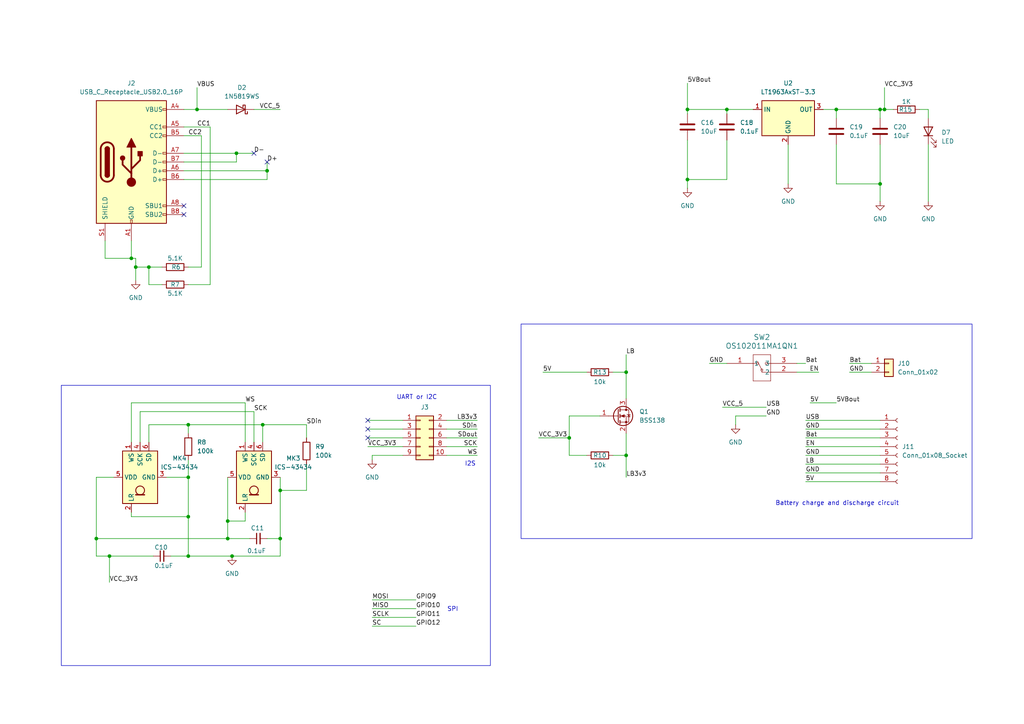
<source format=kicad_sch>
(kicad_sch (version 20231120) (generator "eeschema") (generator_version "8.0")
  (paper "A4")
  (title_block (title "ESP32 S3 IRL Subtitles Glasses") (rev "3.1"))
  (lib_symbols
    (symbol "2025-01-30_01-45-57:OS102011MA1QN1" (pin_names (offset 0.254))
      (property "Reference" "SW" (at 10.16 7.62 0))
      (property "Value" "OS102011MA1QN1" (at 10.16 5.08 0))
      (symbol "OS102011MA1QN1_0_1"
        (polyline (pts (xy 7.62 -5.08) (xy 12.7 -5.08)) (stroke (width 0.127)))
        (polyline (pts (xy 7.62 0) (xy 8.5725 0)) (stroke (width 0.127)))
        (polyline (pts (xy 7.62 2.54) (xy 7.62 -5.08)) (stroke (width 0.127)))
        (polyline (pts (xy 10.16 -2.54) (xy 10.16 -2.2098)) (stroke (width 0.127)))
        (polyline (pts (xy 10.16 -2.54) (xy 12.7 -2.54)) (stroke (width 0.127)))
        (polyline (pts (xy 10.16 -1.905) (xy 8.89 0.635)) (stroke (width 0.127)))
        (polyline (pts (xy 11.7475 0) (xy 12.7 0)) (stroke (width 0.127)))
        (polyline (pts (xy 12.7 -5.08) (xy 12.7 2.54)) (stroke (width 0.127)))
        (polyline (pts (xy 12.7 2.54) (xy 7.62 2.54)) (stroke (width 0.127)))
        (circle (center 8.89 0) (radius 0.3048) (stroke (width 0.127)))
        (circle (center 10.16 -1.905) (radius 0.3048) (stroke (width 0.127)))
        (circle (center 11.43 0) (radius 0.3048) (stroke (width 0.127)))
        (pin unspecified line (at 0 0 0) (length 7.62) (name "1") (number "1"))
        (pin unspecified line (at 20.32 -2.54 180) (length 7.62) (name "2") (number "2"))
        (pin unspecified line (at 20.32 0 180) (length 7.62) (name "3") (number "3"))
      )
    )
    (symbol "Connector:Conn_01x08_Socket" (pin_names (offset 1.016) hide)
      (property "Reference" "J" (at 0 10.16 0))
      (property "Value" "Conn_01x08_Socket" (at 0 -12.7 0))
      (symbol "Conn_01x08_Socket_1_1"
        (arc (start 0 -9.652) (mid -0.5058 -10.16) (end 0 -10.668) (stroke (width 0.1524)))
        (arc (start 0 -7.112) (mid -0.5058 -7.62) (end 0 -8.128) (stroke (width 0.1524)))
        (arc (start 0 -4.572) (mid -0.5058 -5.08) (end 0 -5.588) (stroke (width 0.1524)))
        (arc (start 0 -2.032) (mid -0.5058 -2.54) (end 0 -3.048) (stroke (width 0.1524)))
        (polyline (pts (xy -1.27 -10.16) (xy -0.508 -10.16)) (stroke (width 0.1524)))
        (polyline (pts (xy -1.27 -7.62) (xy -0.508 -7.62)) (stroke (width 0.1524)))
        (polyline (pts (xy -1.27 -5.08) (xy -0.508 -5.08)) (stroke (width 0.1524)))
        (polyline (pts (xy -1.27 -2.54) (xy -0.508 -2.54)) (stroke (width 0.1524)))
        (polyline (pts (xy -1.27 0) (xy -0.508 0)) (stroke (width 0.1524)))
        (polyline (pts (xy -1.27 2.54) (xy -0.508 2.54)) (stroke (width 0.1524)))
        (polyline (pts (xy -1.27 5.08) (xy -0.508 5.08)) (stroke (width 0.1524)))
        (polyline (pts (xy -1.27 7.62) (xy -0.508 7.62)) (stroke (width 0.1524)))
        (arc (start 0 0.508) (mid -0.5058 0) (end 0 -0.508) (stroke (width 0.1524)))
        (arc (start 0 3.048) (mid -0.5058 2.54) (end 0 2.032) (stroke (width 0.1524)))
        (arc (start 0 5.588) (mid -0.5058 5.08) (end 0 4.572) (stroke (width 0.1524)))
        (arc (start 0 8.128) (mid -0.5058 7.62) (end 0 7.112) (stroke (width 0.1524)))
        (pin passive line (at -5.08 7.62 0) (length 3.81) (name "Pin_1") (number "1"))
        (pin passive line (at -5.08 5.08 0) (length 3.81) (name "Pin_2") (number "2"))
        (pin passive line (at -5.08 2.54 0) (length 3.81) (name "Pin_3") (number "3"))
        (pin passive line (at -5.08 0 0) (length 3.81) (name "Pin_4") (number "4"))
        (pin passive line (at -5.08 -2.54 0) (length 3.81) (name "Pin_5") (number "5"))
        (pin passive line (at -5.08 -5.08 0) (length 3.81) (name "Pin_6") (number "6"))
        (pin passive line (at -5.08 -7.62 0) (length 3.81) (name "Pin_7") (number "7"))
        (pin passive line (at -5.08 -10.16 0) (length 3.81) (name "Pin_8") (number "8"))
      )
    )
    (symbol "Connector:USB_C_Receptacle_USB2.0_16P" (pin_names (offset 1.016))
      (property "Reference" "J" (at 0 22.225 0))
      (property "Value" "USB_C_Receptacle_USB2.0_16P" (at 0 19.685 0))
      (symbol "USB_C_Receptacle_USB2.0_16P_0_0"
        (rectangle (start -0.254 -17.78) (end 0.254 -16.764))
        (rectangle (start 10.16 -14.986) (end 9.144 -15.494))
        (rectangle (start 10.16 -12.446) (end 9.144 -12.954))
        (rectangle (start 10.16 -4.826) (end 9.144 -5.334))
        (rectangle (start 10.16 -2.286) (end 9.144 -2.794))
        (rectangle (start 10.16 0.254) (end 9.144 -0.254))
        (rectangle (start 10.16 2.794) (end 9.144 2.286))
        (rectangle (start 10.16 7.874) (end 9.144 7.366))
        (rectangle (start 10.16 10.414) (end 9.144 9.906))
        (rectangle (start 10.16 15.494) (end 9.144 14.986))
      )
      (symbol "USB_C_Receptacle_USB2.0_16P_0_1"
        (rectangle (start -10.16 17.78) (end 10.16 -17.78) (stroke (width 0.254)) (fill (type background)))
        (arc (start -8.89 -3.81) (mid -6.985 -5.7067) (end -5.08 -3.81) (stroke (width 0.508)))
        (arc (start -7.62 -3.81) (mid -6.985 -4.4423) (end -6.35 -3.81) (stroke (width 0.254)))
        (arc (start -7.62 -3.81) (mid -6.985 -4.4423) (end -6.35 -3.81) (stroke (width 0.254)) (fill (type outline)))
        (rectangle (start -7.62 -3.81) (end -6.35 3.81) (stroke (width 0.254)) (fill (type outline)))
        (arc (start -6.35 3.81) (mid -6.985 4.4423) (end -7.62 3.81) (stroke (width 0.254)))
        (arc (start -6.35 3.81) (mid -6.985 4.4423) (end -7.62 3.81) (stroke (width 0.254)) (fill (type outline)))
        (arc (start -5.08 3.81) (mid -6.985 5.7067) (end -8.89 3.81) (stroke (width 0.508)))
        (circle (center -2.54 1.143) (radius 0.635) (stroke (width 0.254)) (fill (type outline)))
        (circle (center 0 -5.842) (radius 1.27) (fill (type outline)))
        (polyline (pts (xy -8.89 -3.81) (xy -8.89 3.81)) (stroke (width 0.508)))
        (polyline (pts (xy -5.08 3.81) (xy -5.08 -3.81)) (stroke (width 0.508)))
        (polyline (pts (xy 0 -5.842) (xy 0 4.318)) (stroke (width 0.508)))
        (polyline (pts (xy 0 -3.302) (xy -2.54 -0.762) (xy -2.54 0.508)) (stroke (width 0.508)))
        (polyline (pts (xy 0 -2.032) (xy 2.54 0.508) (xy 2.54 1.778)) (stroke (width 0.508)))
        (polyline (pts (xy -1.27 4.318) (xy 0 6.858) (xy 1.27 4.318) (xy -1.27 4.318)) (stroke (width 0.254)) (fill (type outline)))
        (rectangle (start 1.905 1.778) (end 3.175 3.048) (stroke (width 0.254)) (fill (type outline)))
      )
      (symbol "USB_C_Receptacle_USB2.0_16P_1_1"
        (pin passive line (at 0 -22.86 90) (length 5.08) (name "GND") (number "A1"))
        (pin passive line (at 0 -22.86 90) (length 5.08) hide (name "GND") (number "A12"))
        (pin passive line (at 15.24 15.24 180) (length 5.08) (name "VBUS") (number "A4"))
        (pin bidirectional line (at 15.24 10.16 180) (length 5.08) (name "CC1") (number "A5"))
        (pin bidirectional line (at 15.24 -2.54 180) (length 5.08) (name "D+") (number "A6"))
        (pin bidirectional line (at 15.24 2.54 180) (length 5.08) (name "D-") (number "A7"))
        (pin bidirectional line (at 15.24 -12.7 180) (length 5.08) (name "SBU1") (number "A8"))
        (pin passive line (at 15.24 15.24 180) (length 5.08) hide (name "VBUS") (number "A9"))
        (pin passive line (at 0 -22.86 90) (length 5.08) hide (name "GND") (number "B1"))
        (pin passive line (at 0 -22.86 90) (length 5.08) hide (name "GND") (number "B12"))
        (pin passive line (at 15.24 15.24 180) (length 5.08) hide (name "VBUS") (number "B4"))
        (pin bidirectional line (at 15.24 7.62 180) (length 5.08) (name "CC2") (number "B5"))
        (pin bidirectional line (at 15.24 -5.08 180) (length 5.08) (name "D+") (number "B6"))
        (pin bidirectional line (at 15.24 0 180) (length 5.08) (name "D-") (number "B7"))
        (pin bidirectional line (at 15.24 -15.24 180) (length 5.08) (name "SBU2") (number "B8"))
        (pin passive line (at 15.24 15.24 180) (length 5.08) hide (name "VBUS") (number "B9"))
        (pin passive line (at -7.62 -22.86 90) (length 5.08) (name "SHIELD") (number "S1"))
      )
    )
    (symbol "Connector_Generic:Conn_01x02" (pin_names (offset 1.016) hide)
      (property "Reference" "J" (at 0 2.54 0))
      (property "Value" "Conn_01x02" (at 0 -5.08 0))
      (symbol "Conn_01x02_1_1"
        (rectangle (start -1.27 -2.413) (end 0 -2.667) (stroke (width 0.1524)))
        (rectangle (start -1.27 0.127) (end 0 -0.127) (stroke (width 0.1524)))
        (rectangle (start -1.27 1.27) (end 1.27 -3.81) (stroke (width 0.254)) (fill (type background)))
        (pin passive line (at -5.08 0 0) (length 3.81) (name "Pin_1") (number "1"))
        (pin passive line (at -5.08 -2.54 0) (length 3.81) (name "Pin_2") (number "2"))
      )
    )
    (symbol "Connector_Generic:Conn_02x05_Odd_Even" (pin_names (offset 1.016) hide)
      (property "Reference" "J" (at 1.27 7.62 0))
      (property "Value" "Conn_02x05_Odd_Even" (at 1.27 -7.62 0))
      (symbol "Conn_02x05_Odd_Even_1_1"
        (rectangle (start -1.27 -4.953) (end 0 -5.207) (stroke (width 0.1524)))
        (rectangle (start -1.27 -2.413) (end 0 -2.667) (stroke (width 0.1524)))
        (rectangle (start -1.27 0.127) (end 0 -0.127) (stroke (width 0.1524)))
        (rectangle (start -1.27 2.667) (end 0 2.413) (stroke (width 0.1524)))
        (rectangle (start -1.27 5.207) (end 0 4.953) (stroke (width 0.1524)))
        (rectangle (start -1.27 6.35) (end 3.81 -6.35) (stroke (width 0.254)) (fill (type background)))
        (rectangle (start 3.81 -4.953) (end 2.54 -5.207) (stroke (width 0.1524)))
        (rectangle (start 3.81 -2.413) (end 2.54 -2.667) (stroke (width 0.1524)))
        (rectangle (start 3.81 0.127) (end 2.54 -0.127) (stroke (width 0.1524)))
        (rectangle (start 3.81 2.667) (end 2.54 2.413) (stroke (width 0.1524)))
        (rectangle (start 3.81 5.207) (end 2.54 4.953) (stroke (width 0.1524)))
        (pin passive line (at -5.08 5.08 0) (length 3.81) (name "Pin_1") (number "1"))
        (pin passive line (at 7.62 -5.08 180) (length 3.81) (name "Pin_10") (number "10"))
        (pin passive line (at 7.62 5.08 180) (length 3.81) (name "Pin_2") (number "2"))
        (pin passive line (at -5.08 2.54 0) (length 3.81) (name "Pin_3") (number "3"))
        (pin passive line (at 7.62 2.54 180) (length 3.81) (name "Pin_4") (number "4"))
        (pin passive line (at -5.08 0 0) (length 3.81) (name "Pin_5") (number "5"))
        (pin passive line (at 7.62 0 180) (length 3.81) (name "Pin_6") (number "6"))
        (pin passive line (at -5.08 -2.54 0) (length 3.81) (name "Pin_7") (number "7"))
        (pin passive line (at 7.62 -2.54 180) (length 3.81) (name "Pin_8") (number "8"))
        (pin passive line (at -5.08 -5.08 0) (length 3.81) (name "Pin_9") (number "9"))
      )
    )
    (symbol "Device:C" (pin_numbers hide) (pin_names (offset 0.254))
      (property "Reference" "C" (at 0.635 2.54 0))
      (property "Value" "C" (at 0.635 -2.54 0))
      (symbol "C_0_1"
        (polyline (pts (xy -2.032 -0.762) (xy 2.032 -0.762)) (stroke (width 0.508)))
        (polyline (pts (xy -2.032 0.762) (xy 2.032 0.762)) (stroke (width 0.508)))
      )
      (symbol "C_1_1"
        (pin passive line (at 0 3.81 270) (length 2.794) (name "~") (number "1"))
        (pin passive line (at 0 -3.81 90) (length 2.794) (name "~") (number "2"))
      )
    )
    (symbol "Device:C_Small" (pin_numbers hide) (pin_names (offset 0.254) hide)
      (property "Reference" "C" (at 0.254 1.778 0))
      (property "Value" "C_Small" (at 0.254 -2.032 0))
      (symbol "C_Small_0_1"
        (polyline (pts (xy -1.524 -0.508) (xy 1.524 -0.508)) (stroke (width 0.3302)))
        (polyline (pts (xy -1.524 0.508) (xy 1.524 0.508)) (stroke (width 0.3048)))
      )
      (symbol "C_Small_1_1"
        (pin passive line (at 0 2.54 270) (length 2.032) (name "~") (number "1"))
        (pin passive line (at 0 -2.54 90) (length 2.032) (name "~") (number "2"))
      )
    )
    (symbol "Device:LED" (pin_numbers hide) (pin_names (offset 1.016) hide)
      (property "Reference" "D" (at 0 2.54 0))
      (property "Value" "LED" (at 0 -2.54 0))
      (symbol "LED_0_1"
        (polyline (pts (xy -1.27 -1.27) (xy -1.27 1.27)) (stroke (width 0.254)))
        (polyline (pts (xy -1.27 0) (xy 1.27 0)))
        (polyline (pts (xy 1.27 -1.27) (xy 1.27 1.27) (xy -1.27 0) (xy 1.27 -1.27)) (stroke (width 0.254)))
        (polyline (pts (xy -3.048 -0.762) (xy -4.572 -2.286) (xy -3.81 -2.286) (xy -4.572 -2.286) (xy -4.572 -1.524)))
        (polyline (pts (xy -1.778 -0.762) (xy -3.302 -2.286) (xy -2.54 -2.286) (xy -3.302 -2.286) (xy -3.302 -1.524)))
      )
      (symbol "LED_1_1"
        (pin passive line (at -3.81 0 0) (length 2.54) (name "K") (number "1"))
        (pin passive line (at 3.81 0 180) (length 2.54) (name "A") (number "2"))
      )
    )
    (symbol "Device:R" (pin_numbers hide) (pin_names (offset 0))
      (property "Reference" "R" (at 2.032 0 90))
      (property "Value" "R" (at 0 0 90))
      (symbol "R_0_1"
        (rectangle (start -1.016 -2.54) (end 1.016 2.54) (stroke (width 0.254)))
      )
      (symbol "R_1_1"
        (pin passive line (at 0 3.81 270) (length 1.27) (name "~") (number "1"))
        (pin passive line (at 0 -3.81 90) (length 1.27) (name "~") (number "2"))
      )
    )
    (symbol "Diode:1N5819WS" (pin_numbers hide) (pin_names (offset 1.016) hide)
      (property "Reference" "D" (at 0 2.54 0))
      (property "Value" "1N5819WS" (at 0 -2.54 0))
      (symbol "1N5819WS_0_1"
        (polyline (pts (xy 1.27 0) (xy -1.27 0)))
        (polyline (pts (xy 1.27 1.27) (xy 1.27 -1.27) (xy -1.27 0) (xy 1.27 1.27)) (stroke (width 0.254)))
        (polyline (pts (xy -1.905 0.635) (xy -1.905 1.27) (xy -1.27 1.27) (xy -1.27 -1.27) (xy -0.635 -1.27) (xy -0.635 -0.635)) (stroke (width 0.254)))
      )
      (symbol "1N5819WS_1_1"
        (pin passive line (at -3.81 0 0) (length 2.54) (name "K") (number "1"))
        (pin passive line (at 3.81 0 180) (length 2.54) (name "A") (number "2"))
      )
    )
    (symbol "Regulator_Linear:LT1963AxST-3.3"
      (property "Reference" "U2" (at 0 10.16 0))
      (property "Value" "LT1963AxST-3.3" (at 0 7.62 0))
      (symbol "LT1963AxST-3.3_0_1"
        (rectangle (start -7.62 5.08) (end 7.62 -5.08) (stroke (width 0.254)) (fill (type background)))
      )
      (symbol "LT1963AxST-3.3_1_1"
        (pin power_in line (at -10.16 2.54 0) (length 2.54) (name "IN") (number "1"))
        (pin power_in line (at 0 -7.62 90) (length 2.54) (name "GND") (number "2"))
        (pin power_out line (at 10.16 2.54 180) (length 2.54) (name "OUT") (number "3"))
        (pin power_in line (at 0 -7.62 90) (length 2.54) hide (name "GND") (number "4"))
      )
    )
    (symbol "Sensor_Audio:ICS-43434"
      (property "Reference" "MK" (at -7.62 6.35 0))
      (property "Value" "ICS-43434" (at 1.27 6.35 0))
      (symbol "ICS-43434_1_1"
        (rectangle (start -7.62 5.08) (end 7.62 -5.08) (stroke (width 0.254)) (fill (type background)))
        (circle (center -3.81 0) (radius 1.27) (stroke (width 0.254)))
        (polyline (pts (xy -5.08 1.27) (xy -5.08 -1.27)) (stroke (width 0.381)))
        (pin input line (at 10.16 2.54 180) (length 2.54) (name "WS") (number "1"))
        (pin input line (at -10.16 2.54 0) (length 2.54) (name "LR") (number "2"))
        (pin power_in line (at 0 -7.62 90) (length 2.54) (name "GND") (number "3"))
        (pin input line (at 10.16 0 180) (length 2.54) (name "SCK") (number "4"))
        (pin power_in line (at 0 7.62 270) (length 2.54) (name "VDD") (number "5"))
        (pin output line (at 10.16 -2.54 180) (length 2.54) (name "SD") (number "6"))
      )
    )
    (symbol "Transistor_FET:BSS138" (pin_names hide)
      (property "Reference" "Q" (at 5.08 1.905 0))
      (property "Value" "BSS138" (at 5.08 0 0))
      (symbol "BSS138_0_1"
        (polyline (pts (xy 0.254 0) (xy -2.54 0)))
        (polyline (pts (xy 0.254 1.905) (xy 0.254 -1.905)) (stroke (width 0.254)))
        (polyline (pts (xy 0.762 -1.27) (xy 0.762 -2.286)) (stroke (width 0.254)))
        (polyline (pts (xy 0.762 0.508) (xy 0.762 -0.508)) (stroke (width 0.254)))
        (polyline (pts (xy 0.762 2.286) (xy 0.762 1.27)) (stroke (width 0.254)))
        (polyline (pts (xy 2.54 2.54) (xy 2.54 1.778)))
        (polyline (pts (xy 2.54 -2.54) (xy 2.54 0) (xy 0.762 0)))
        (polyline (pts (xy 0.762 -1.778) (xy 3.302 -1.778) (xy 3.302 1.778) (xy 0.762 1.778)))
        (polyline (pts (xy 1.016 0) (xy 2.032 0.381) (xy 2.032 -0.381) (xy 1.016 0)) (fill (type outline)))
        (polyline (pts (xy 2.794 0.508) (xy 2.921 0.381) (xy 3.683 0.381) (xy 3.81 0.254)))
        (polyline (pts (xy 3.302 0.381) (xy 2.921 -0.254) (xy 3.683 -0.254) (xy 3.302 0.381)))
        (circle (center 1.651 0) (radius 2.794) (stroke (width 0.254)))
        (circle (center 2.54 -1.778) (radius 0.254) (fill (type outline)))
        (circle (center 2.54 1.778) (radius 0.254) (fill (type outline)))
      )
      (symbol "BSS138_1_1"
        (pin input line (at -5.08 0 0) (length 2.54) (name "G") (number "1"))
        (pin passive line (at 2.54 -5.08 90) (length 2.54) (name "S") (number "2"))
        (pin passive line (at 2.54 5.08 270) (length 2.54) (name "D") (number "3"))
      )
    )
    (symbol "power:GND" (power) (pin_numbers hide) (pin_names (offset 0) hide)
      (property "Value" "GND" (at 0 -3.81 0))
      (symbol "GND_0_1"
        (polyline (pts (xy 0 0) (xy 0 -1.27) (xy 1.27 -1.27) (xy 0 -2.54) (xy -1.27 -1.27) (xy 0 -1.27)))
      )
      (symbol "GND_1_1"
        (pin power_in line (at 0 0 270) (length 0) (name "~") (number "1"))
      )
    )
  )
  (junction (at 54.61 123.19))
  (junction (at 242.57 31.75))
  (junction (at 256.54 31.75))
  (junction (at 255.27 31.75))
  (junction (at 39.37 77.47))
  (junction (at 77.47 49.53))
  (junction (at 165.1 127))
  (junction (at 54.61 149.86))
  (junction (at 43.18 77.47))
  (junction (at 66.04 156.21))
  (junction (at 57.15 31.75))
  (junction (at 38.1 74.93))
  (junction (at 31.75 161.29))
  (junction (at 54.61 138.43))
  (junction (at 68.58 44.45))
  (junction (at 81.28 142.24))
  (junction (at 199.39 52.07))
  (junction (at 210.82 31.75))
  (junction (at 255.27 53.34))
  (junction (at 81.28 156.21))
  (junction (at 76.2 123.19))
  (junction (at 66.04 151.13))
  (junction (at 67.31 161.29))
  (junction (at 27.94 156.21))
  (junction (at 181.61 132.08))
  (junction (at 181.61 107.95))
  (junction (at 199.39 31.75))
  (junction (at 54.61 161.29))
  (no_connect (at 106.68 127))
  (no_connect (at 77.47 46.99))
  (no_connect (at 106.68 121.92))
  (no_connect (at 53.34 59.69))
  (no_connect (at 73.66 44.45))
  (no_connect (at 53.34 62.23))
  (no_connect (at 106.68 124.46))
  (wire (pts (xy 38.1 149.86) (xy 38.1 148.59)))
  (wire (pts (xy 107.95 181.61) (xy 120.65 181.61)))
  (wire (pts (xy 38.1 69.85) (xy 38.1 74.93)))
  (wire (pts (xy 233.68 124.46) (xy 255.27 124.46)))
  (wire (pts (xy 107.95 132.08) (xy 107.95 133.35)))
  (wire (pts (xy 60.96 82.55) (xy 54.61 82.55)))
  (wire (pts (xy 106.68 127) (xy 116.84 127)))
  (wire (pts (xy 177.8 132.08) (xy 181.61 132.08)))
  (wire (pts (xy 165.1 132.08) (xy 165.1 127)))
  (wire (pts (xy 27.94 156.21) (xy 66.04 156.21)))
  (wire (pts (xy 76.2 123.19) (xy 88.9 123.19)))
  (wire (pts (xy 27.94 161.29) (xy 27.94 156.21)))
  (wire (pts (xy 116.84 121.92) (xy 106.68 121.92)))
  (wire (pts (xy 66.04 151.13) (xy 66.04 138.43)))
  (wire (pts (xy 43.18 82.55) (xy 43.18 77.47)))
  (wire (pts (xy 210.82 33.02) (xy 210.82 31.75)))
  (wire (pts (xy 33.02 138.43) (xy 27.94 138.43)))
  (wire (pts (xy 43.18 128.27) (xy 43.18 123.19)))
  (wire (pts (xy 48.26 138.43) (xy 54.61 138.43)))
  (wire (pts (xy 210.82 40.64) (xy 210.82 52.07)))
  (wire (pts (xy 39.37 77.47) (xy 43.18 77.47)))
  (wire (pts (xy 39.37 77.47) (xy 39.37 74.93)))
  (wire (pts (xy 246.38 107.95) (xy 252.73 107.95)))
  (wire (pts (xy 266.7 31.75) (xy 269.24 31.75)))
  (wire (pts (xy 233.68 137.16) (xy 255.27 137.16)))
  (wire (pts (xy 40.64 119.38) (xy 73.66 119.38)))
  (wire (pts (xy 27.94 138.43) (xy 27.94 156.21)))
  (wire (pts (xy 66.04 151.13) (xy 71.12 151.13)))
  (wire (pts (xy 213.36 123.19) (xy 213.36 120.65)))
  (wire (pts (xy 231.14 107.95) (xy 237.49 107.95)))
  (wire (pts (xy 107.95 179.07) (xy 120.65 179.07)))
  (wire (pts (xy 138.43 132.08) (xy 129.54 132.08)))
  (wire (pts (xy 233.68 134.62) (xy 255.27 134.62)))
  (wire (pts (xy 181.61 115.57) (xy 181.61 107.95)))
  (wire (pts (xy 116.84 132.08) (xy 107.95 132.08)))
  (wire (pts (xy 199.39 24.13) (xy 199.39 31.75)))
  (wire (pts (xy 106.68 129.54) (xy 116.84 129.54)))
  (wire (pts (xy 66.04 151.13) (xy 66.04 156.21)))
  (wire (pts (xy 238.76 31.75) (xy 242.57 31.75)))
  (wire (pts (xy 156.21 127) (xy 165.1 127)))
  (wire (pts (xy 107.95 173.99) (xy 120.65 173.99)))
  (wire (pts (xy 88.9 123.19) (xy 88.9 127)))
  (wire (pts (xy 53.34 46.99) (xy 68.58 46.99)))
  (wire (pts (xy 58.42 39.37) (xy 58.42 77.47)))
  (wire (pts (xy 38.1 116.84) (xy 38.1 128.27)))
  (wire (pts (xy 53.34 44.45) (xy 68.58 44.45)))
  (wire (pts (xy 39.37 81.28) (xy 39.37 77.47)))
  (wire (pts (xy 138.43 127) (xy 129.54 127)))
  (wire (pts (xy 246.38 105.41) (xy 252.73 105.41)))
  (wire (pts (xy 129.54 121.92) (xy 138.43 121.92)))
  (wire (pts (xy 233.68 132.08) (xy 255.27 132.08)))
  (wire (pts (xy 199.39 31.75) (xy 210.82 31.75)))
  (wire (pts (xy 209.55 118.11) (xy 222.25 118.11)))
  (wire (pts (xy 255.27 41.91) (xy 255.27 53.34)))
  (wire (pts (xy 53.34 49.53) (xy 77.47 49.53)))
  (wire (pts (xy 256.54 31.75) (xy 259.08 31.75)))
  (wire (pts (xy 255.27 31.75) (xy 256.54 31.75)))
  (wire (pts (xy 106.68 124.46) (xy 116.84 124.46)))
  (wire (pts (xy 231.14 105.41) (xy 233.68 105.41)))
  (wire (pts (xy 38.1 149.86) (xy 54.61 149.86)))
  (wire (pts (xy 138.43 129.54) (xy 129.54 129.54)))
  (wire (pts (xy 88.9 134.62) (xy 88.9 142.24)))
  (wire (pts (xy 181.61 132.08) (xy 181.61 138.43)))
  (wire (pts (xy 242.57 31.75) (xy 242.57 34.29)))
  (wire (pts (xy 71.12 116.84) (xy 38.1 116.84)))
  (wire (pts (xy 53.34 52.07) (xy 77.47 52.07)))
  (wire (pts (xy 129.54 124.46) (xy 138.43 124.46)))
  (wire (pts (xy 205.74 105.41) (xy 210.82 105.41)))
  (wire (pts (xy 233.68 127) (xy 255.27 127)))
  (wire (pts (xy 269.24 41.91) (xy 269.24 58.42)))
  (wire (pts (xy 53.34 39.37) (xy 58.42 39.37)))
  (wire (pts (xy 81.28 161.29) (xy 81.28 156.21)))
  (wire (pts (xy 210.82 52.07) (xy 199.39 52.07)))
  (wire (pts (xy 242.57 41.91) (xy 242.57 53.34)))
  (wire (pts (xy 269.24 31.75) (xy 269.24 34.29)))
  (wire (pts (xy 199.39 52.07) (xy 199.39 54.61)))
  (wire (pts (xy 107.95 176.53) (xy 120.65 176.53)))
  (wire (pts (xy 68.58 44.45) (xy 73.66 44.45)))
  (wire (pts (xy 165.1 127) (xy 165.1 120.65)))
  (wire (pts (xy 181.61 102.87) (xy 181.61 107.95)))
  (wire (pts (xy 199.39 40.64) (xy 199.39 52.07)))
  (wire (pts (xy 233.68 139.7) (xy 255.27 139.7)))
  (wire (pts (xy 71.12 148.59) (xy 71.12 151.13)))
  (wire (pts (xy 76.2 123.19) (xy 76.2 128.27)))
  (wire (pts (xy 233.68 121.92) (xy 255.27 121.92)))
  (wire (pts (xy 57.15 31.75) (xy 66.04 31.75)))
  (wire (pts (xy 255.27 31.75) (xy 255.27 34.29)))
  (wire (pts (xy 242.57 31.75) (xy 255.27 31.75)))
  (wire (pts (xy 242.57 53.34) (xy 255.27 53.34)))
  (wire (pts (xy 234.95 116.84) (xy 242.57 116.84)))
  (wire (pts (xy 77.47 49.53) (xy 77.47 52.07)))
  (wire (pts (xy 81.28 142.24) (xy 81.28 138.43)))
  (wire (pts (xy 54.61 133.35) (xy 54.61 138.43)))
  (wire (pts (xy 53.34 31.75) (xy 57.15 31.75)))
  (wire (pts (xy 73.66 119.38) (xy 73.66 128.27)))
  (wire (pts (xy 228.6 41.91) (xy 228.6 53.34)))
  (wire (pts (xy 31.75 168.91) (xy 31.75 161.29)))
  (wire (pts (xy 181.61 132.08) (xy 181.61 125.73)))
  (wire (pts (xy 256.54 25.4) (xy 256.54 31.75)))
  (wire (pts (xy 67.31 161.29) (xy 81.28 161.29)))
  (wire (pts (xy 66.04 156.21) (xy 72.39 156.21)))
  (wire (pts (xy 81.28 156.21) (xy 81.28 142.24)))
  (wire (pts (xy 255.27 53.34) (xy 255.27 58.42)))
  (wire (pts (xy 54.61 123.19) (xy 54.61 125.73)))
  (wire (pts (xy 58.42 77.47) (xy 54.61 77.47)))
  (wire (pts (xy 43.18 77.47) (xy 46.99 77.47)))
  (wire (pts (xy 210.82 31.75) (xy 218.44 31.75)))
  (wire (pts (xy 60.96 36.83) (xy 60.96 82.55)))
  (wire (pts (xy 53.34 36.83) (xy 60.96 36.83)))
  (wire (pts (xy 213.36 120.65) (xy 222.25 120.65)))
  (wire (pts (xy 54.61 149.86) (xy 54.61 161.29)))
  (wire (pts (xy 170.18 132.08) (xy 165.1 132.08)))
  (wire (pts (xy 181.61 107.95) (xy 177.8 107.95)))
  (wire (pts (xy 43.18 123.19) (xy 54.61 123.19)))
  (wire (pts (xy 68.58 44.45) (xy 68.58 46.99)))
  (wire (pts (xy 77.47 46.99) (xy 77.47 49.53)))
  (wire (pts (xy 165.1 120.65) (xy 173.99 120.65)))
  (wire (pts (xy 44.45 161.29) (xy 31.75 161.29)))
  (wire (pts (xy 31.75 161.29) (xy 27.94 161.29)))
  (wire (pts (xy 54.61 123.19) (xy 76.2 123.19)))
  (wire (pts (xy 54.61 161.29) (xy 67.31 161.29)))
  (wire (pts (xy 71.12 128.27) (xy 71.12 116.84)))
  (wire (pts (xy 46.99 82.55) (xy 43.18 82.55)))
  (wire (pts (xy 54.61 138.43) (xy 54.61 149.86)))
  (wire (pts (xy 57.15 25.4) (xy 57.15 31.75)))
  (wire (pts (xy 40.64 119.38) (xy 40.64 128.27)))
  (wire (pts (xy 30.48 69.85) (xy 30.48 74.93)))
  (wire (pts (xy 199.39 33.02) (xy 199.39 31.75)))
  (wire (pts (xy 73.66 31.75) (xy 81.28 31.75)))
  (wire (pts (xy 38.1 74.93) (xy 39.37 74.93)))
  (wire (pts (xy 157.48 107.95) (xy 170.18 107.95)))
  (wire (pts (xy 233.68 129.54) (xy 255.27 129.54)))
  (wire (pts (xy 81.28 142.24) (xy 88.9 142.24)))
  (wire (pts (xy 49.53 161.29) (xy 54.61 161.29)))
  (wire (pts (xy 30.48 74.93) (xy 38.1 74.93)))
  (wire (pts (xy 77.47 156.21) (xy 81.28 156.21)))
  (rectangle (start 17.78 111.76) (end 142.24 193.04))
  (rectangle (start 151.13 93.98) (end 281.94 156.21))
  (text "UART or I2C\n" (at 120.904 115.316 0) (effects (font (size 1.27 1.27))))
  (text "I2S" (at 136.398 134.62 0) (effects (font (size 1.27 1.27))))
  (text "SPI\n" (at 131.318 176.784 0) (effects (font (size 1.27 1.27))))
  (text "Battery charge and discharge circuit" (at 242.824 146.05 0) (effects (font (size 1.27 1.27))))
  (label "5VBout" (at 242.57 116.84 0))
  (label "SDin" (at 88.9 123.19 0))
  (label "Bat" (at 233.68 105.41 0))
  (label "GPIO11" (at 120.65 179.07 0))
  (label "GND" (at 222.25 120.65 0))
  (label "SCK" (at 138.43 129.54 180))
  (label "VCC_3V3" (at 31.75 168.91 0))
  (label "Bat" (at 233.68 127 0))
  (label "VBUS" (at 57.15 25.4 0))
  (label "MOSI" (at 107.95 173.99 0))
  (label "VCC_3V3" (at 256.54 25.4 0))
  (label "VCC_5" (at 81.28 31.75 180))
  (label "SCK" (at 73.66 119.38 0))
  (label "USB" (at 233.68 121.92 0))
  (label "CC2" (at 54.61 39.37 0))
  (label "GND" (at 233.68 124.46 0))
  (label "VCC_5" (at 209.55 118.11 0))
  (label "CC1" (at 57.15 36.83 0))
  (label "VCC_3V3" (at 106.68 129.54 0))
  (label "USB" (at 222.25 118.11 0))
  (label "LB" (at 181.61 102.87 0))
  (label "GPIO9" (at 120.65 173.99 0))
  (label "GND" (at 246.38 107.95 0))
  (label "5V" (at 234.95 116.84 0))
  (label "Bat" (at 246.38 105.41 0))
  (label "GND" (at 233.68 137.16 0))
  (label "GND" (at 205.74 105.41 0))
  (label "GPIO12" (at 120.65 181.61 0))
  (label "5V" (at 233.68 139.7 0))
  (label "5VBout" (at 199.39 24.13 0))
  (label "GPIO10" (at 120.65 176.53 0))
  (label "LB" (at 233.68 134.62 0))
  (label "SDin" (at 138.43 124.46 180))
  (label "GND" (at 233.68 132.08 0))
  (label "EN" (at 233.68 129.54 0))
  (label "VCC_3V3" (at 156.21 127 0))
  (label "EN" (at 237.49 107.95 180))
  (label "SDout" (at 138.43 127 180))
  (label "D-" (at 73.66 44.45 0))
  (label "5V" (at 157.48 107.95 0))
  (label "WS" (at 138.43 132.08 180))
  (label "LB3v3" (at 138.43 121.92 180))
  (label "SC" (at 107.95 181.61 0))
  (label "SCLK" (at 107.95 179.07 0))
  (label "D+" (at 77.47 46.99 0))
  (label "WS" (at 71.12 116.84 0))
  (label "LB3v3" (at 181.61 138.43 0))
  (label "MISO" (at 107.95 176.53 0))
  (symbol (lib_id "Device:C_Small") (at 74.93 156.21 90) (unit 1)
    (property "Reference" "C11" (at 74.676 153.162 90))
    (property "Value" "0.1uF" (at 74.422 159.766 90))
    (property "Footprint" "Capacitor_SMD:C_0805_2012Metric_Pad1.18x1.45mm_HandSolder" (effects (hide yes)))
    (property "Description" "Unpolarized capacitor, small symbol" (effects (hide yes)))
  )
  (symbol (lib_id "Connector_Generic:Conn_02x05_Odd_Even") (at 121.92 127 0) (unit 1)
    (property "Reference" "J3" (at 123.19 118.11 0))
    (property "Value" "PinSocket_2x05_P2.00mm_Vertical" (effects (hide yes)))
    (property "Footprint" "Connector_PinSocket_2.00mm:PinSocket_2x05_P2.00mm_Vertical" (effects (hide yes)))
    (property "Description" "Generic connector, double row, 02x05, odd/even pin numbering scheme (row 1 odd numbers, row 2 even numbers), script generated (kicad-library-utils/schlib/autogen/connector/)" (effects (hide yes)))
  )
  (symbol (lib_id "Connector:USB_C_Receptacle_USB2.0_16P") (at 38.1 46.99 0) (unit 1)
    (property "Reference" "J2" (at 38.1 24.13 0))
    (property "Value" "USB_C_Receptacle_USB2.0_16P" (at 38.1 26.67 0))
    (property "Footprint" "Library:HRO_TYPE-C-31-M-12" (effects (hide yes)))
    (property "Datasheet" "https://www.usb.org/sites/default/files/documents/usb_type-c.zip" (effects (hide yes)))
    (property "Description" "USB 2.0-only 16P Type-C Receptacle connector" (effects (hide yes)))
  )
  (symbol (lib_id "power:GND") (at 269.24 58.42 0) (unit 1)
    (property "Reference" "#PWR026" (effects (hide yes)))
    (property "Value" "GND" (at 269.24 63.5 0))
    (property "Description" "Power symbol creates a global label with name \"GND\" , ground" (effects (hide yes)))
  )
  (symbol (lib_id "power:GND") (at 39.37 81.28 0) (unit 1)
    (property "Reference" "#PWR05" (effects (hide yes)))
    (property "Value" "GND" (at 39.37 86.36 0))
    (property "Description" "Power symbol creates a global label with name \"GND\" , ground" (effects (hide yes)))
  )
  (symbol (lib_id "Device:LED") (at 269.24 38.1 90) (unit 1)
    (property "Reference" "D7" (at 273.05 38.4174 90) (effects (justify right)))
    (property "Value" "LED" (at 273.05 40.9574 90) (effects (justify right)))
    (property "Footprint" "LED_SMD:LED_0603_1608Metric_Pad1.05x0.95mm_HandSolder" (effects (hide yes)))
    (property "Description" "Light emitting diode" (effects (hide yes)))
  )
  (symbol (lib_id "Sensor_Audio:ICS-43434") (at 40.64 138.43 90) (unit 1)
    (property "Reference" "MK4" (at 52.07 132.9338 90))
    (property "Value" "ICS-43434" (at 52.07 135.4738 90))
    (property "Footprint" "Sensor_Audio:InvenSense_ICS-43434-6_3.5x2.65mm" (effects (hide yes)))
    (property "Datasheet" "https://www.invensense.com/wp-content/uploads/2016/02/DS-000069-ICS-43434-v1.2.pdf" (effects (hide yes)))
    (property "Description" "TDK InvenSense MEMS Microphone, 24-bit I2S, 65 dBA SNR, LGA-6" (effects (hide yes)))
  )
  (symbol (lib_id "Device:C") (at 199.39 36.83 0) (unit 1)
    (property "Reference" "C16" (at 203.2 35.5599 0) (effects (justify left)))
    (property "Value" "10uF" (at 203.2 38.0999 0) (effects (justify left)))
    (property "Footprint" "Capacitor_SMD:C_0805_2012Metric_Pad1.18x1.45mm_HandSolder" (effects (hide yes)))
    (property "Description" "Unpolarized capacitor" (effects (hide yes)))
  )
  (symbol (lib_id "Device:R") (at 50.8 82.55 90) (unit 1)
    (property "Reference" "R7" (at 50.8 82.55 90))
    (property "Value" "5.1K" (at 50.8 85.09 90))
    (property "Footprint" "Resistor_SMD:R_0805_2012Metric_Pad1.20x1.40mm_HandSolder" (effects (hide yes)))
    (property "Description" "Resistor" (effects (hide yes)))
  )
  (symbol (lib_id "Device:C") (at 210.82 36.83 0) (unit 1)
    (property "Reference" "C18" (at 214.63 35.5599 0) (effects (justify left)))
    (property "Value" "0.1uF" (at 214.63 38.0999 0) (effects (justify left)))
    (property "Footprint" "Capacitor_SMD:C_0805_2012Metric_Pad1.18x1.45mm_HandSolder" (effects (hide yes)))
    (property "Description" "Unpolarized capacitor" (effects (hide yes)))
  )
  (symbol (lib_id "power:GND") (at 255.27 58.42 0) (unit 1)
    (property "Reference" "#PWR025" (effects (hide yes)))
    (property "Value" "GND" (at 255.27 63.5 0))
    (property "Description" "Power symbol creates a global label with name \"GND\" , ground" (effects (hide yes)))
  )
  (symbol (lib_id "Connector_Generic:Conn_01x02") (at 257.81 105.41 0) (unit 1)
    (property "Reference" "J10" (at 260.35 105.4099 0) (effects (justify left)))
    (property "Value" "Conn_01x02" (at 260.35 107.9499 0) (effects (justify left)))
    (property "Footprint" "Connector_JST:JST_PH_S2B-PH-K_1x02_P2.00mm_Horizontal" (effects (hide yes)))
    (property "Description" "Generic connector, single row, 01x02, script generated (kicad-library-utils/schlib/autogen/connector/)" (effects (hide yes)))
  )
  (symbol (lib_id "Diode:1N5819WS") (at 69.85 31.75 180) (unit 1)
    (property "Reference" "D2" (at 70.1675 25.4 0))
    (property "Value" "1N5819WS" (at 70.1675 27.94 0))
    (property "Footprint" "Diode_SMD:D_SOD-323" (effects (hide yes)))
    (property "Datasheet" "https://datasheet.lcsc.com/lcsc/2204281430_Guangdong-Hottech-1N5819WS_C191023.pdf" (effects (hide yes)))
    (property "Description" "40V 600mV@1A 1A SOD-323 Schottky Barrier Diodes, SOD-323" (effects (hide yes)))
  )
  (symbol (lib_id "Device:R") (at 50.8 77.47 90) (unit 1)
    (property "Reference" "R6" (at 51.054 77.47 90))
    (property "Value" "5.1K" (at 50.8 74.93 90))
    (property "Footprint" "Resistor_SMD:R_0805_2012Metric_Pad1.20x1.40mm_HandSolder" (effects (hide yes)))
    (property "Description" "Resistor" (effects (hide yes)))
  )
  (symbol (lib_id "Sensor_Audio:ICS-43434") (at 73.66 138.43 90) (unit 1)
    (property "Reference" "MK3" (at 85.09 132.9338 90))
    (property "Value" "ICS-43434" (at 85.09 135.4738 90))
    (property "Footprint" "Sensor_Audio:InvenSense_ICS-43434-6_3.5x2.65mm" (effects (hide yes)))
    (property "Datasheet" "https://www.invensense.com/wp-content/uploads/2016/02/DS-000069-ICS-43434-v1.2.pdf" (effects (hide yes)))
    (property "Description" "TDK InvenSense MEMS Microphone, 24-bit I2S, 65 dBA SNR, LGA-6" (effects (hide yes)))
  )
  (symbol (lib_id "Device:R") (at 173.99 107.95 90) (unit 1)
    (property "Reference" "R13" (at 173.99 107.95 90))
    (property "Value" "10k" (at 173.99 110.744 90))
    (property "Footprint" "Resistor_SMD:R_0805_2012Metric_Pad1.20x1.40mm_HandSolder" (effects (hide yes)))
    (property "Description" "Resistor" (effects (hide yes)))
  )
  (symbol (lib_id "Device:C_Small") (at 46.99 161.29 90) (unit 1)
    (property "Reference" "C10" (at 46.736 158.75 90))
    (property "Value" "0.1uF" (at 47.498 164.084 90))
    (property "Footprint" "Capacitor_SMD:C_0805_2012Metric_Pad1.18x1.45mm_HandSolder" (effects (hide yes)))
    (property "Description" "Unpolarized capacitor, small symbol" (effects (hide yes)))
  )
  (symbol (lib_id "power:GND") (at 213.36 123.19 0) (unit 1)
    (property "Reference" "#PWR013" (effects (hide yes)))
    (property "Value" "GND" (at 213.36 128.27 0))
    (property "Description" "Power symbol creates a global label with name \"GND\" , ground" (effects (hide yes)))
  )
  (symbol (lib_id "Device:R") (at 88.9 130.81 0) (unit 1)
    (property "Reference" "R9" (at 91.44 129.5399 0) (effects (justify left)))
    (property "Value" "100k" (at 91.44 132.0799 0) (effects (justify left)))
    (property "Footprint" "Resistor_SMD:R_0805_2012Metric_Pad1.20x1.40mm_HandSolder" (effects (hide yes)))
    (property "Description" "Resistor" (effects (hide yes)))
  )
  (symbol (lib_id "power:GND") (at 67.31 161.29 0) (unit 1)
    (property "Reference" "#PWR07" (effects (hide yes)))
    (property "Value" "GND" (at 67.31 166.37 0))
    (property "Description" "Power symbol creates a global label with name \"GND\" , ground" (effects (hide yes)))
  )
  (symbol (lib_id "power:GND") (at 107.95 133.35 0) (unit 1)
    (property "Reference" "#PWR010" (effects (hide yes)))
    (property "Value" "GND" (at 107.95 138.43 0))
    (property "Description" "Power symbol creates a global label with name \"GND\" , ground" (effects (hide yes)))
  )
  (symbol (lib_id "Device:R") (at 173.99 132.08 90) (unit 1)
    (property "Reference" "R10" (at 173.99 132.08 90))
    (property "Value" "10k" (at 173.99 134.874 90))
    (property "Footprint" "Resistor_SMD:R_0805_2012Metric_Pad1.20x1.40mm_HandSolder" (effects (hide yes)))
    (property "Description" "Resistor" (effects (hide yes)))
  )
  (symbol (lib_id "Device:C") (at 242.57 38.1 0) (unit 1)
    (property "Reference" "C19" (at 246.38 36.8299 0) (effects (justify left)))
    (property "Value" "0.1uF" (at 246.38 39.3699 0) (effects (justify left)))
    (property "Footprint" "Capacitor_SMD:C_0805_2012Metric_Pad1.18x1.45mm_HandSolder" (effects (hide yes)))
    (property "Description" "Unpolarized capacitor" (effects (hide yes)))
  )
  (symbol (lib_id "Device:R") (at 262.89 31.75 90) (unit 1)
    (property "Reference" "R15" (at 262.636 31.75 90))
    (property "Value" "1K" (at 262.89 29.464 90))
    (property "Footprint" "Resistor_SMD:R_0603_1608Metric_Pad0.98x0.95mm_HandSolder" (effects (hide yes)))
    (property "Description" "Resistor" (effects (hide yes)))
  )
  (symbol (lib_id "power:GND") (at 228.6 53.34 0) (unit 1)
    (property "Reference" "#PWR024" (effects (hide yes)))
    (property "Value" "GND" (at 228.6 58.42 0))
    (property "Description" "Power symbol creates a global label with name \"GND\" , ground" (effects (hide yes)))
  )
  (symbol (lib_id "Device:C") (at 255.27 38.1 0) (unit 1)
    (property "Reference" "C20" (at 259.08 36.8299 0) (effects (justify left)))
    (property "Value" "10uF" (at 259.08 39.3699 0) (effects (justify left)))
    (property "Footprint" "Capacitor_SMD:C_0805_2012Metric_Pad1.18x1.45mm_HandSolder" (effects (hide yes)))
    (property "Description" "Unpolarized capacitor" (effects (hide yes)))
  )
  (symbol (lib_id "Device:R") (at 54.61 129.54 0) (unit 1)
    (property "Reference" "R8" (at 57.15 128.2699 0) (effects (justify left)))
    (property "Value" "100k" (at 57.15 130.8099 0) (effects (justify left)))
    (property "Footprint" "Resistor_SMD:R_0805_2012Metric_Pad1.20x1.40mm_HandSolder" (effects (hide yes)))
    (property "Description" "Resistor" (effects (hide yes)))
  )
  (symbol (lib_id "Regulator_Linear:LT1963AxST-3.3") (at 228.6 34.29 0) (unit 1)
    (property "Reference" "U2" (at 228.6 24.13 0))
    (property "Value" "LT1963AxST-3.3" (at 228.6 26.67 0))
    (property "Footprint" "Package_TO_SOT_SMD:SOT-223-3_TabPin2" (effects (hide yes)))
    (property "Datasheet" "https://www.analog.com/media/en/technical-documentation/data-sheets/1963aff.pdf" (effects (hide yes)))
    (property "Description" "3.3V, 1.5A, Low Noise, Fast Transient Response LDO Regulator, SOT-223" (effects (hide yes)))
  )
  (symbol (lib_id "power:GND") (at 199.39 54.61 0) (unit 1)
    (property "Reference" "#PWR023" (effects (hide yes)))
    (property "Value" "GND" (at 199.39 59.69 0))
    (property "Description" "Power symbol creates a global label with name \"GND\" , ground" (effects (hide yes)))
  )
  (symbol (lib_id "2025-01-30_01-45-57:OS102011MA1QN1") (at 210.82 105.41 0) (unit 1)
    (property "Reference" "SW2" (at 220.98 97.79 0) (effects (font (size 1.524 1.524))))
    (property "Value" "OS102011MA1QN1" (at 220.98 100.33 0) (effects (font (size 1.524 1.524))))
    (property "Footprint" "OS102011MA1QN1_CNK" (effects (hide yes)))
    (property "Datasheet" "OS102011MA1QN1" (effects (hide yes)))
  )
  (symbol (lib_id "Connector:Conn_01x08_Socket") (at 260.35 129.54 0) (unit 1)
    (property "Reference" "J11" (at 261.62 129.5399 0) (effects (justify left)))
    (property "Value" "Conn_01x08_Socket" (at 261.62 132.0799 0) (effects (justify left)))
    (property "Footprint" "Connector_PinSocket_2.54mm:PinSocket_1x08_P2.54mm_Vertical" (effects (hide yes)))
    (property "Description" "Generic connector, single row, 01x08, script generated" (effects (hide yes)))
  )
  (symbol (lib_id "Transistor_FET:BSS138") (at 179.07 120.65 0) (unit 1)
    (property "Reference" "Q1" (at 185.42 119.3799 0) (effects (justify left)))
    (property "Value" "BSS138" (at 185.42 121.9199 0) (effects (justify left)))
    (property "Footprint" "Package_TO_SOT_SMD:SOT-23" (effects (hide yes)))
    (property "Datasheet" "https://www.onsemi.com/pub/Collateral/BSS138-D.PDF" (effects (hide yes)))
    (property "Description" "50V Vds, 0.22A Id, N-Channel MOSFET, SOT-23" (effects (hide yes)))
  )
)
</source>
